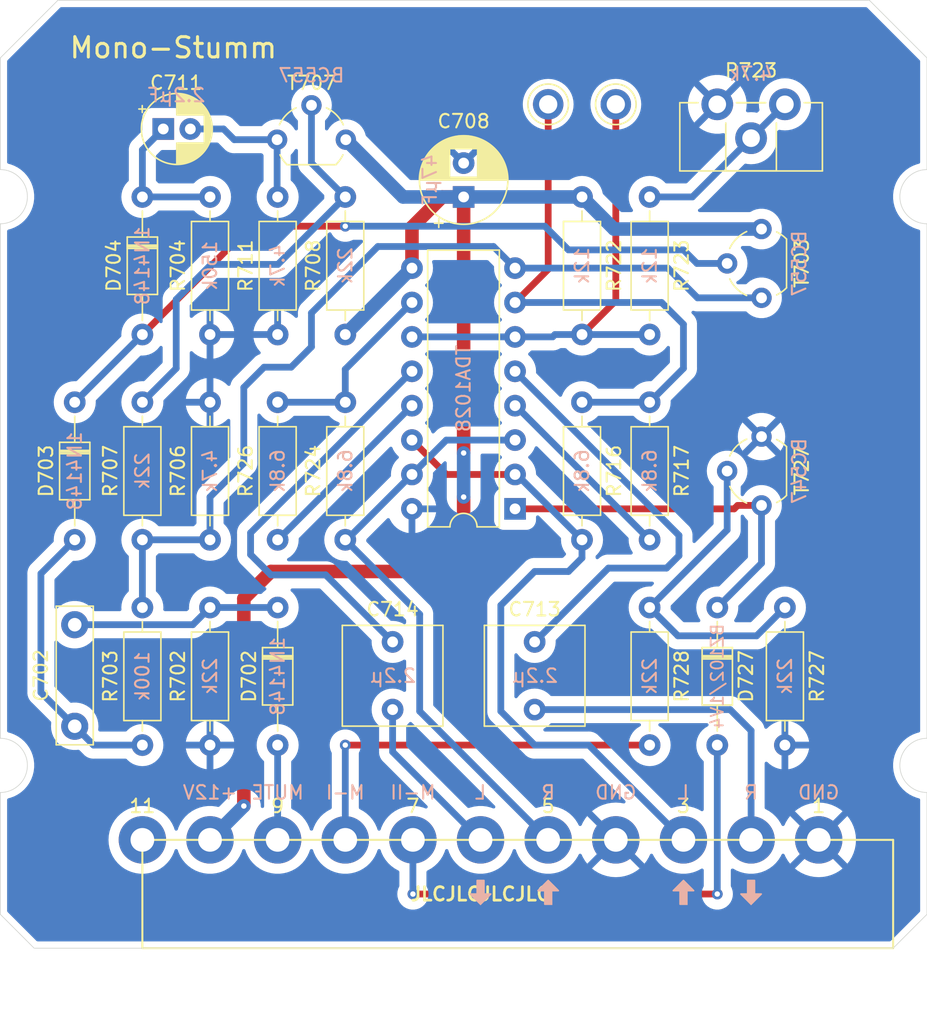
<source format=kicad_pcb>
(kicad_pcb (version 20221018) (generator pcbnew)
  (layers (0 "F.Cu" signal) (31 "B.Cu" signal) (34 "B.Paste" user) (35 "F.Paste" user) (36 "B.SilkS" user "B.Silkscreen") (37 "F.SilkS" user "F.Silkscreen") (38 "B.Mask" user) (39 "F.Mask" user) (44 "Edge.Cuts" user))
  (net 0 "")
  (net 1 "+12V")
  (net 2 "GND")
  (net 3 "SW-III{slash}IV")
  (net 4 "Net-(D704-K)")
  (net 5 "III-2")
  (net 6 "III-1")
  (net 7 "IV-1")
  (net 8 "Net-(T707-C)")
  (net 9 "Net-(D703-A)")
  (net 10 "Net-(D702-K)")
  (net 11 "Net-(D703-K)")
  (net 13 "Net-(T707-B)")
  (net 14 "Net-(T727-B)")
  (net 15 "Net-(U721-O-III)")
  (net 16 "OUT_R")
  (net 17 "Net-(U721-O-IV)")
  (net 18 "OUT_L")
  (net 19 "MUTING")
  (net 20 "MONO-I")
  (net 21 "IN_L")
  (net 22 "IN_R")
  (net 23 "MONO-II")
  (net 24 "O-I")
  (net 25 "O-II")
  (net 26 "Net-(P723-Pad1)")
  (net 27 "SW-I{slash}II")
  (footprint "NF-Filter-Modul:Connector_01x11_5mm" (layer "F.Cu") (at 86.25 87)
    (fp_text reference "J1" hide)
    (fp_text value "Conn_01x13")
    (fp_text user "7" (at -30 -2.5) (layer "F.SilkS"))
    (fp_text user "1" (at 0 -2.5) (layer "F.SilkS"))
    (fp_text user "11" (at -50 -2.5) (layer "F.SilkS"))
    (pad "1" thru_hole circle (at 0 0 180) (size 3.5 3.5) (drill 1.75) (layers "B.Cu" "B.Mask") (net 2 "GND"))
    (pad "2" thru_hole circle (at -5 0 180) (size 3.5 3.5) (drill 1.75) (layers "B.Cu" "B.Mask") (net 16 "OUT_R"))
    (pad "3" thru_hole circle (at -10 0 180) (size 3.5 3.5) (drill 1.75) (layers "B.Cu" "B.Mask") (net 21 "IN_L"))
    (pad "4" thru_hole circle (at -15 0 180) (size 3.5 3.5) (drill 1.75) (layers "B.Cu" "B.Mask") (net 2 "GND"))
    (pad "5" thru_hole circle (at -20 0 180) (size 3.5 3.5) (drill 1.75) (layers "B.Cu" "B.Mask") (net 22 "IN_R"))
    (pad "6" thru_hole circle (at -25 0 180) (size 3.5 3.5) (drill 1.75) (layers "B.Cu" "B.Mask") (net 18 "OUT_L"))
    (pad "7" thru_hole circle (at -30 0 180) (size 3.5 3.5) (drill 1.75) (layers "B.Cu" "B.Mask") (net 20 "MONO-I"))
    (pad "8" thru_hole circle (at -35 0 180) (size 3.5 3.5) (drill 1.75) (layers "B.Cu" "B.Mask") (net 23 "MONO-II"))
    (pad "9" thru_hole circle (at -40 0 180) (size 3.5 3.5) (drill 1.75) (layers "B.Cu" "B.Mask") (net 19 "MUTING"))
    (pad "10" thru_hole circle (at -45 0 180) (size 3.5 3.5) (drill 1.75) (layers "B.Cu" "B.Mask") (net 1 "+12V"))
    (pad "11" thru_hole circle (at -50 0 180) (size 3.5 3.5) (drill 1.75) (layers "B.Cu" "B.Mask"))
  )
  (footprint "Capacitor_THT:C_Rect_L10.0mm_W2.5mm_P7.50mm_MKS4" (layer "F.Cu") (at 31.25 78.61 90)
    (fp_text reference "C702" (at 3.75 -2.5 90) (layer "F.SilkS"))
    (fp_text value "2.2n")
    (pad "1" thru_hole circle (at 0 0 90) (size 2 2) (drill 1) (layers "*.Cu" "*.Mask") (net 9 "Net-(D703-A)"))
    (pad "2" thru_hole circle (at 7.5 0 90) (size 2 2) (drill 1) (layers "*.Cu" "*.Mask") (net 10 "Net-(D702-K)"))
  )
  (footprint "Resistor_THT:R_Axial_DIN0207_L6.3mm_D2.5mm_P10.16mm_Horizontal" (layer "F.Cu") (at 51.25 49.68 90)
    (fp_text reference "R708" (at 5.08 -2.37 90) (layer "F.SilkS"))
    (fp_text value "22k" (at 5.08 0 90) (layer "B.SilkS") (effects (justify mirror)))
    (pad "1" thru_hole circle (at 0 0 90) (size 1.6 1.6) (drill 0.8) (layers "*.Cu" "*.Mask") (net 1 "+12V"))
    (pad "2" thru_hole oval (at 10.16 0 90) (size 1.6 1.6) (drill 0.8) (layers "*.Cu" "*.Mask") (net 13 "Net-(T707-B)"))
  )
  (footprint "Resistor_THT:R_Axial_DIN0207_L6.3mm_D2.5mm_P10.16mm_Horizontal" (layer "F.Cu") (at 73.75 54.68 -90)
    (fp_text reference "R717" (at 5.08 -2.37 90) (layer "F.SilkS"))
    (fp_text value "6.8k" (at 5.08 0 90) (layer "B.SilkS") (effects (justify mirror)))
    (pad "1" thru_hole circle (at 0 0 270) (size 1.6 1.6) (drill 0.8) (layers "*.Cu" "*.Mask") (net 6 "III-1"))
    (pad "2" thru_hole oval (at 10.16 0 270) (size 1.6 1.6) (drill 0.8) (layers "*.Cu" "*.Mask") (net 24 "O-I"))
  )
  (footprint "Resistor_THT:R_Axial_DIN0207_L6.3mm_D2.5mm_P10.16mm_Horizontal" (layer "F.Cu") (at 36.25 80 90)
    (fp_text reference "R703" (at 5.08 -2.37 90) (layer "F.SilkS"))
    (fp_text value "100k" (at 5.08 0 90) (layer "B.SilkS") (effects (justify mirror)))
    (pad "1" thru_hole circle (at 0 0 90) (size 1.6 1.6) (drill 0.8) (layers "*.Cu" "*.Mask") (net 9 "Net-(D703-A)"))
    (pad "2" thru_hole oval (at 10.16 0 90) (size 1.6 1.6) (drill 0.8) (layers "*.Cu" "*.Mask") (net 3 "SW-III{slash}IV"))
  )
  (footprint "Package_TO_SOT_THT:TO-92_Wide" (layer "F.Cu") (at 46.21 35.29)
    (fp_text reference "T707" (at 2.55 -4.19) (layer "F.SilkS"))
    (fp_text value "BC557" (at 2.54 -4.75) (layer "B.SilkS") (effects (justify mirror)))
    (pad "1" thru_hole circle (at 0 0) (size 1.5 1.5) (drill 0.8) (layers "*.Cu" "*.Mask") (net 8 "Net-(T707-C)"))
    (pad "2" thru_hole circle (at 2.54 -2.54) (size 1.5 1.5) (drill 0.8) (layers "*.Cu" "*.Mask") (net 13 "Net-(T707-B)"))
    (pad "3" thru_hole circle (at 5.08 0) (size 1.5 1.5) (drill 0.8) (layers "*.Cu" "*.Mask") (net 1 "+12V"))
  )
  (footprint "Capacitor_THT:CP_Radial_D5.0mm_P2.00mm" (layer "F.Cu") (at 37.794888 34.5)
    (fp_text reference "C711" (at 0.955112 -3.41 180) (layer "F.SilkS"))
    (fp_text value "2.2µF" (at 0.955112 -2.5 180) (layer "B.SilkS") (effects (justify mirror)))
    (pad "1" thru_hole rect (at 0 0) (size 1.6 1.6) (drill 0.8) (layers "*.Cu" "*.Mask") (net 4 "Net-(D704-K)"))
    (pad "2" thru_hole circle (at 2 0) (size 1.6 1.6) (drill 0.8) (layers "*.Cu" "*.Mask") (net 8 "Net-(T707-C)"))
  )
  (footprint "Resistor_THT:R_Axial_DIN0207_L6.3mm_D2.5mm_P10.16mm_Horizontal" (layer "F.Cu") (at 73.75 69.84 -90)
    (fp_text reference "R728" (at 5.08 -2.37 90) (layer "F.SilkS"))
    (fp_text value "22k" (at 5.08 0 90) (layer "B.SilkS") (effects (justify mirror)))
    (pad "1" thru_hole circle (at 0 0 270) (size 1.6 1.6) (drill 0.8) (layers "*.Cu" "*.Mask") (net 14 "Net-(T727-B)"))
    (pad "2" thru_hole oval (at 10.16 0 270) (size 1.6 1.6) (drill 0.8) (layers "*.Cu" "*.Mask") (net 23 "MONO-II"))
  )
  (footprint "Capacitor_THT:CP_Radial_D6.3mm_P2.50mm" (layer "F.Cu") (at 60 39.52 90)
    (fp_text reference "C708" (at 5.59 0 180) (layer "F.SilkS"))
    (fp_text value "47µF" (at 1.27 -2.5 270) (layer "B.SilkS") (effects (justify mirror)))
    (pad "1" thru_hole rect (at 0 0 90) (size 1.6 1.6) (drill 0.8) (layers "*.Cu" "*.Mask") (net 1 "+12V"))
    (pad "2" thru_hole circle (at 2.5 0 90) (size 1.6 1.6) (drill 0.8) (layers "*.Cu" "*.Mask") (net 2 "GND"))
  )
  (footprint "Package_TO_SOT_THT:TO-92_Wide" (layer "F.Cu") (at 82.02 46.97 90)
    (fp_text reference "T703" (at 2.55 2.98 90) (layer "F.SilkS"))
    (fp_text value "BC557" (at 2.54 2.79 90) (layer "B.SilkS") (effects (justify mirror)))
    (pad "1" thru_hole circle (at 0 0 90) (size 1.5 1.5) (drill 0.8) (layers "*.Cu" "*.Mask") (net 3 "SW-III{slash}IV"))
    (pad "2" thru_hole circle (at 2.54 -2.54 90) (size 1.5 1.5) (drill 0.8) (layers "*.Cu" "*.Mask") (net 11 "Net-(D703-K)"))
    (pad "3" thru_hole circle (at 5.08 0 90) (size 1.5 1.5) (drill 0.8) (layers "*.Cu" "*.Mask") (net 1 "+12V"))
  )
  (footprint "Diode_THT:D_DO-35_SOD27_P10.16mm_Horizontal" (layer "F.Cu") (at 46.25 69.84 -90)
    (fp_text reference "D702" (at 5.08 2.12 90) (layer "F.SilkS"))
    (fp_text value "1N4148" (at 5.08 0 90) (layer "B.SilkS") (effects (justify mirror)))
    (pad "1" thru_hole circle (at 0 0 270) (size 1.6 1.6) (drill 0.8) (layers "*.Cu" "*.Mask") (net 10 "Net-(D702-K)"))
    (pad "2" thru_hole oval (at 10.16 0 270) (size 1.6 1.6) (drill 0.8) (layers "*.Cu" "*.Mask") (net 19 "MUTING"))
  )
  (footprint "Resistor_THT:R_Axial_DIN0207_L6.3mm_D2.5mm_P10.16mm_Horizontal" (layer "F.Cu") (at 46.25 54.68 -90)
    (fp_text reference "R726" (at 5.08 2.37 90) (layer "F.SilkS"))
    (fp_text value "6.8k" (at 5.08 0 90) (layer "B.SilkS") (effects (justify mirror)))
    (pad "1" thru_hole circle (at 0 0 270) (size 1.6 1.6) (drill 0.8) (layers "*.Cu" "*.Mask") (net 7 "IV-1"))
    (pad "2" thru_hole oval (at 10.16 0 270) (size 1.6 1.6) (drill 0.8) (layers "*.Cu" "*.Mask") (net 25 "O-II"))
  )
  (footprint "Resistor_THT:R_Axial_DIN0207_L6.3mm_D2.5mm_P10.16mm_Horizontal" (layer "F.Cu") (at 41.25 39.52 -90)
    (fp_text reference "R704" (at 5.08 2.37 90) (layer "F.SilkS"))
    (fp_text value "150k" (at 5.08 0 90) (layer "B.SilkS") (effects (justify mirror)))
    (pad "1" thru_hole circle (at 0 0 270) (size 1.6 1.6) (drill 0.8) (layers "*.Cu" "*.Mask") (net 4 "Net-(D704-K)"))
    (pad "2" thru_hole oval (at 10.16 0 270) (size 1.6 1.6) (drill 0.8) (layers "*.Cu" "*.Mask") (net 2 "GND"))
  )
  (footprint "Resistor_THT:R_Axial_DIN0207_L6.3mm_D2.5mm_P10.16mm_Horizontal" (layer "F.Cu") (at 46.25 39.52 -90)
    (fp_text reference "R711" (at 5.08 2.37 90) (layer "F.SilkS"))
    (fp_text value "4.7k" (at 5.08 0 90) (layer "B.SilkS") (effects (justify mirror)))
    (pad "1" thru_hole circle (at 0 0 270) (size 1.6 1.6) (drill 0.8) (layers "*.Cu" "*.Mask") (net 8 "Net-(T707-C)"))
    (pad "2" thru_hole oval (at 10.16 0 270) (size 1.6 1.6) (drill 0.8) (layers "*.Cu" "*.Mask") (net 2 "GND"))
  )
  (footprint "Diode_THT:D_DO-35_SOD27_P10.16mm_Horizontal" (layer "F.Cu") (at 31.25 54.68 -90)
    (fp_text reference "D703" (at 5.08 2.12 90) (layer "F.SilkS"))
    (fp_text value "1N4148" (at 5.08 0 90) (layer "B.SilkS") (effects (justify mirror)))
    (pad "1" thru_hole circle (at 0 0 270) (size 1.6 1.6) (drill 0.8) (layers "*.Cu" "*.Mask") (net 11 "Net-(D703-K)"))
    (pad "2" thru_hole oval (at 10.16 0 270) (size 1.6 1.6) (drill 0.8) (layers "*.Cu" "*.Mask") (net 9 "Net-(D703-A)"))
  )
  (footprint "Resistor_THT:R_Axial_DIN0207_L6.3mm_D2.5mm_P10.16mm_Horizontal" (layer "F.Cu") (at 73.75 49.68 90)
    (fp_text reference "R723" (at 5.08 2.37 90) (layer "F.SilkS"))
    (fp_text value "12k" (at 5.08 0 90) (layer "B.SilkS") (effects (justify mirror)))
    (pad "1" thru_hole circle (at 0 0 90) (size 1.6 1.6) (drill 0.8) (layers "*.Cu" "*.Mask") (net 5 "III-2"))
    (pad "2" thru_hole oval (at 10.16 0 90) (size 1.6 1.6) (drill 0.8) (layers "*.Cu" "*.Mask") (net 26 "Net-(P723-Pad1)"))
  )
  (footprint "Resistor_THT:R_Axial_DIN0207_L6.3mm_D2.5mm_P10.16mm_Horizontal" (layer "F.Cu") (at 68.75 39.52 -90)
    (fp_text reference "R722" (at 5.08 -2.37 90) (layer "F.SilkS"))
    (fp_text value "12k" (at 5.08 0 90) (layer "B.SilkS") (effects (justify mirror)))
    (pad "1" thru_hole circle (at 0 0 270) (size 1.6 1.6) (drill 0.8) (layers "*.Cu" "*.Mask") (net 1 "+12V"))
    (pad "2" thru_hole oval (at 10.16 0 270) (size 1.6 1.6) (drill 0.8) (layers "*.Cu" "*.Mask") (net 5 "III-2"))
  )
  (footprint "Capacitor_THT:C_Rect_L7.2mm_W7.2mm_P5.00mm_FKS2_FKP2_MKS2_MKP2" (layer "F.Cu") (at 65.25 72.38 -90)
    (fp_text reference "C713" (at -2.41 0) (layer "F.SilkS"))
    (fp_text value "2.2µ" (at 2.5 0) (layer "B.SilkS") (effects (justify mirror)))
    (pad "1" thru_hole circle (at 0 0 270) (size 1.6 1.6) (drill 0.8) (layers "*.Cu" "*.Mask") (net 15 "Net-(U721-O-III)"))
    (pad "2" thru_hole circle (at 5 0 270) (size 1.6 1.6) (drill 0.8) (layers "*.Cu" "*.Mask") (net 16 "OUT_R"))
  )
  (footprint "TestPoint:TestPoint_Loop_D1.80mm_Drill1.0mm_Beaded" (layer "F.Cu") (at 71.25 32.68)
    (fp_text reference "J3" hide)
    (fp_text value "Conn_01x01")
    (pad "1" thru_hole circle (at 0 0) (size 2.25 2.25) (drill 1.35) (layers "*.Cu" "*.Mask") (net 5 "III-2"))
  )
  (footprint "Package_DIP:DIP-16_W7.62mm" (layer "F.Cu") (at 63.8 62.555 180)
    (fp_text reference "U721" hide)
    (fp_text value "TDA1028" (at 3.81 8.89 90) (layer "B.SilkS") (effects (justify mirror)))
    (pad "1" thru_hole rect (at 0 0 180) (size 1.6 1.6) (drill 0.8) (layers "*.Cu" "*.Mask") (net 27 "SW-I{slash}II"))
    (pad "2" thru_hole oval (at 0 2.54 180) (size 1.6 1.6) (drill 0.8) (layers "*.Cu" "*.Mask") (net 21 "IN_L"))
    (pad "3" thru_hole oval (at 0 5.08 180) (size 1.6 1.6) (drill 0.8) (layers "*.Cu" "*.Mask") (net 22 "IN_R"))
    (pad "4" thru_hole oval (at 0 7.62 180) (size 1.6 1.6) (drill 0.8) (layers "*.Cu" "*.Mask") (net 24 "O-I"))
    (pad "5" thru_hole oval (at 0 10.16 180) (size 1.6 1.6) (drill 0.8) (layers "*.Cu" "*.Mask") (net 15 "Net-(U721-O-III)"))
    (pad "6" thru_hole oval (at 0 12.7 180) (size 1.6 1.6) (drill 0.8) (layers "*.Cu" "*.Mask") (net 5 "III-2"))
    (pad "7" thru_hole oval (at 0 15.24 180) (size 1.6 1.6) (drill 0.8) (layers "*.Cu" "*.Mask") (net 6 "III-1"))
    (pad "8" thru_hole oval (at 0 17.78 180) (size 1.6 1.6) (drill 0.8) (layers "*.Cu" "*.Mask") (net 3 "SW-III{slash}IV"))
    (pad "9" thru_hole oval (at 7.62 17.78 180) (size 1.6 1.6) (drill 0.8) (layers "*.Cu" "*.Mask") (net 1 "+12V"))
    (pad "10" thru_hole oval (at 7.62 15.24 180) (size 1.6 1.6) (drill 0.8) (layers "*.Cu" "*.Mask") (net 7 "IV-1"))
    (pad "11" thru_hole oval (at 7.62 12.7 180) (size 1.6 1.6) (drill 0.8) (layers "*.Cu" "*.Mask") (net 5 "III-2"))
    (pad "12" thru_hole oval (at 7.62 10.16 180) (size 1.6 1.6) (drill 0.8) (layers "*.Cu" "*.Mask") (net 17 "Net-(U721-O-IV)"))
    (pad "13" thru_hole oval (at 7.62 7.62 180) (size 1.6 1.6) (drill 0.8) (layers "*.Cu" "*.Mask") (net 25 "O-II"))
    (pad "14" thru_hole oval (at 7.62 5.08 180) (size 1.6 1.6) (drill 0.8) (layers "*.Cu" "*.Mask") (net 21 "IN_L"))
    (pad "15" thru_hole oval (at 7.62 2.54 180) (size 1.6 1.6) (drill 0.8) (layers "*.Cu" "*.Mask") (net 22 "IN_R"))
    (pad "16" thru_hole oval (at 7.62 0 180) (size 1.6 1.6) (drill 0.8) (layers "*.Cu" "*.Mask") (net 2 "GND"))
  )
  (footprint "Package_TO_SOT_THT:TO-92_Wide" (layer "F.Cu") (at 82.02 62.3 90)
    (fp_text reference "T727" (at 2.55 2.98 90) (layer "F.SilkS"))
    (fp_text value "BC547" (at 2.54 2.79 90) (layer "B.SilkS") (effects (justify mirror)))
    (pad "1" thru_hole circle (at 0 0 90) (size 1.5 1.5) (drill 0.8) (layers "*.Cu" "*.Mask") (net 27 "SW-I{slash}II"))
    (pad "2" thru_hole circle (at 2.54 -2.54 90) (size 1.5 1.5) (drill 0.8) (layers "*.Cu" "*.Mask") (net 14 "Net-(T727-B)"))
    (pad "3" thru_hole circle (at 5.08 0 90) (size 1.5 1.5) (drill 0.8) (layers "*.Cu" "*.Mask") (net 2 "GND"))
  )
  (footprint "Diode_THT:D_DO-35_SOD27_P10.16mm_Horizontal" (layer "F.Cu") (at 78.75 69.84 -90)
    (fp_text reference "D727" (at 5.08 -2.12 90) (layer "F.SilkS"))
    (fp_text value "BZ102/1V4" (at 5.08 0 90) (layer "B.SilkS") (effects (font (size 0.9 0.9) (thickness 0.135)) (justify mirror)))
    (pad "1" thru_hole circle (at 0 0 270) (size 1.6 1.6) (drill 0.8) (layers "*.Cu" "*.Mask") (net 27 "SW-I{slash}II"))
    (pad "2" thru_hole oval (at 10.16 0 270) (size 1.6 1.6) (drill 0.8) (layers "*.Cu" "*.Mask") (net 20 "MONO-I"))
  )
  (footprint "Resistor_THT:R_Axial_DIN0207_L6.3mm_D2.5mm_P10.16mm_Horizontal" (layer "F.Cu") (at 41.25 69.84 -90)
    (fp_text reference "R702" (at 5.08 2.37 90) (layer "F.SilkS"))
    (fp_text value "22k" (at 5.08 0 90) (layer "B.SilkS") (effects (justify mirror)))
    (pad "1" thru_hole circle (at 0 0 270) (size 1.6 1.6) (drill 0.8) (layers "*.Cu" "*.Mask") (net 10 "Net-(D702-K)"))
    (pad "2" thru_hole oval (at 10.16 0 270) (size 1.6 1.6) (drill 0.8) (layers "*.Cu" "*.Mask") (net 2 "GND"))
  )
  (footprint "TestPoint:TestPoint_Loop_D1.80mm_Drill1.0mm_Beaded" (layer "F.Cu") (at 66.25 32.68)
    (fp_text reference "J2" hide)
    (fp_text value "Conn_01x01")
    (pad "1" thru_hole circle (at 0 0) (size 2.25 2.25) (drill 1.35) (layers "*.Cu" "*.Mask") (net 6 "III-1"))
  )
  (footprint "Resistor_THT:R_Axial_DIN0207_L6.3mm_D2.5mm_P10.16mm_Horizontal" (layer "F.Cu") (at 51.25 64.84 90)
    (fp_text reference "R724" (at 5.08 -2.37 90) (layer "F.SilkS"))
    (fp_text value "6.8k" (at 5.08 0 90) (layer "B.SilkS") (effects (justify mirror)))
    (pad "1" thru_hole circle (at 0 0 90) (size 1.6 1.6) (drill 0.8) (layers "*.Cu" "*.Mask") (net 22 "IN_R"))
    (pad "2" thru_hole oval (at 10.16 0 90) (size 1.6 1.6) (drill 0.8) (layers "*.Cu" "*.Mask") (net 7 "IV-1"))
  )
  (footprint "Resistor_THT:R_Axial_DIN0207_L6.3mm_D2.5mm_P10.16mm_Horizontal" (layer "F.Cu") (at 83.75 69.84 -90)
    (fp_text reference "R727" (at 5.08 -2.37 90) (layer "F.SilkS"))
    (fp_text value "22k" (at 5.08 0 90) (layer "B.SilkS") (effects (justify mirror)))
    (pad "1" thru_hole circle (at 0 0 270) (size 1.6 1.6) (drill 0.8) (layers "*.Cu" "*.Mask") (net 14 "Net-(T727-B)"))
    (pad "2" thru_hole oval (at 10.16 0 270) (size 1.6 1.6) (drill 0.8) (layers "*.Cu" "*.Mask") (net 2 "GND"))
  )
  (footprint "Potentiometer_THT:Potentiometer_Piher_PT-10-H01_Horizontal" (layer "F.Cu") (at 83.75 32.68 -90)
    (fp_text reference "P723" (at -2.5 2.5) (layer "F.SilkS"))
    (fp_text value "4.7k" (at -2.25 2.5) (layer "B.SilkS") (effects (justify mirror)))
    (pad "1" thru_hole circle (at 0 0 270) (size 2.34 2.34) (drill 1.3) (layers "*.Cu" "*.Mask") (net 26 "Net-(P723-Pad1)"))
    (pad "2" thru_hole circle (at 2.5 2.5 270) (size 2.34 2.34) (drill 1.3) (layers "*.Cu" "*.Mask") (net 26 "Net-(P723-Pad1)"))
    (pad "3" thru_hole circle (at 0 5 270) (size 2.34 2.34) (drill 1.3) (layers "*.Cu" "*.Mask") (net 2 "GND"))
  )
  (footprint "Capacitor_THT:C_Rect_L7.2mm_W7.2mm_P5.00mm_FKS2_FKP2_MKS2_MKP2" (layer "F.Cu") (at 54.75 72.38 -90)
    (fp_text reference "C714" (at -2.41 0) (layer "F.SilkS"))
    (fp_text value "2.2µ" (at 2.5 0) (layer "B.SilkS") (effects (justify mirror)))
    (pad "1" thru_hole circle (at 0 0 270) (size 1.6 1.6) (drill 0.8) (layers "*.Cu" "*.Mask") (net 17 "Net-(U721-O-IV)"))
    (pad "2" thru_hole circle (at 5 0 270) (size 1.6 1.6) (drill 0.8) (layers "*.Cu" "*.Mask") (net 18 "OUT_L"))
  )
  (footprint "Resistor_THT:R_Axial_DIN0207_L6.3mm_D2.5mm_P10.16mm_Horizontal" (layer "F.Cu") (at 36.25 54.68 -90)
    (fp_text reference "R707" (at 5.08 2.37 90) (layer "F.SilkS"))
    (fp_text value "22k" (at 5.08 0 90) (layer "B.SilkS") (effects (justify mirror)))
    (pad "1" thru_hole circle (at 0 0 270) (size 1.6 1.6) (drill 0.8) (layers "*.Cu" "*.Mask") (net 13 "Net-(T707-B)"))
    (pad "2" thru_hole oval (at 10.16 0 270) (size 1.6 1.6) (drill 0.8) (layers "*.Cu" "*.Mask") (net 3 "SW-III{slash}IV"))
  )
  (footprint "Resistor_THT:R_Axial_DIN0207_L6.3mm_D2.5mm_P10.16mm_Horizontal" (layer "F.Cu") (at 41.25 64.84 90)
    (fp_text reference "R706" (at 5.08 -2.37 90) (layer "F.SilkS"))
    (fp_text value "4.7k" (at 5.08 0 90) (layer "B.SilkS") (effects (justify mirror)))
    (pad "1" thru_hole circle (at 0 0 90) (size 1.6 1.6) (drill 0.8) (layers "*.Cu" "*.Mask") (net 3 "SW-III{slash}IV"))
    (pad "2" thru_hole oval (at 10.16 0 90) (size 1.6 1.6) (drill 0.8) (layers "*.Cu" "*.Mask") (net 2 "GND"))
  )
  (footprint "Resistor_THT:R_Axial_DIN0207_L6.3mm_D2.5mm_P10.16mm_Horizontal" (layer "F.Cu") (at 68.75 64.84 90)
    (fp_text reference "R716" (at 5.08 2.37 90) (layer "F.SilkS"))
    (fp_text value "6.8k" (at 5.08 0 90) (layer "B.SilkS") (effects (justify mirror)))
    (pad "1" thru_hole circle (at 0 0 90) (size 1.6 1.6) (drill 0.8) (layers "*.Cu" "*.Mask") (net 21 "IN_L"))
    (pad "2" thru_hole oval (at 10.16 0 90) (size 1.6 1.6) (drill 0.8) (layers "*.Cu" "*.Mask") (net 6 "III-1"))
  )
  (footprint "Diode_THT:D_DO-35_SOD27_P10.16mm_Horizontal" (layer "F.Cu") (at 36.25 39.52 -90)
    (fp_text reference "D704" (at 5.08 2.12 90) (layer "F.SilkS"))
    (fp_text value "1N4148" (at 5.08 0 90) (layer "B.SilkS") (effects (justify mirror)))
    (pad "1" thru_hole circle (at 0 0 270) (size 1.6 1.6) (drill 0.8) (layers "*.Cu" "*.Mask") (net 4 "Net-(D704-K)"))
    (pad "2" thru_hole oval (at 10.16 0 270) (size 1.6 1.6) (drill 0.8) (layers "*.Cu" "*.Mask") (net 11 "Net-(D703-K)"))
  )
  (gr_poly (pts (xy 77 90.75) (xy 76.25 90) (xy 75.5 90.75)) (stroke (width 0.12)) (fill solid) (layer "B.SilkS"))
  (gr_poly (pts (xy 80.5 91) (xy 81.25 91.75) (xy 82 91)) (stroke (width 0.12)) (fill solid) (layer "B.SilkS"))
  (gr_poly (pts (xy 81.5 91) (xy 81 91) (xy 81 90) (xy 81.5 90)) (stroke (width 0.12)) (fill solid) (layer "B.SilkS"))
  (gr_poly (pts (xy 66 90.75) (xy 66.5 90.75) (xy 66.5 91.75) (xy 66 91.75)) (stroke (width 0.12)) (fill solid) (layer "B.SilkS"))
  (gr_poly (pts (xy 67 90.75) (xy 66.25 90) (xy 65.5 90.75)) (stroke (width 0.12)) (fill solid) (layer "B.SilkS"))
  (gr_poly (pts (xy 61.5 91) (xy 61 91) (xy 61 90) (xy 61.5 90)) (stroke (width 0.12)) (fill solid) (layer "B.SilkS"))
  (gr_poly (pts (xy 76 90.75) (xy 76.5 90.75) (xy 76.5 91.75) (xy 76 91.75)) (stroke (width 0.12)) (fill solid) (layer "B.SilkS"))
  (gr_poly (pts (xy 60.5 91) (xy 61.25 91.75) (xy 62 91)) (stroke (width 0.12)) (fill solid) (layer "B.SilkS"))
  (gr_line (start 25.75 79.5) (end 25.75 41.5) (stroke (width 0.05)) (layer "Edge.Cuts"))
  (gr_line (start 25.75 29.25) (end 30 25) (stroke (width 0.05)) (layer "Edge.Cuts"))
  (gr_line (start 90 25) (end 94.25 29.25) (stroke (width 0.05)) (layer "Edge.Cuts"))
  (gr_line (start 91.75 95) (end 94.25 92.5) (stroke (width 0.05)) (layer "Edge.Cuts"))
  (gr_line (start 25.75 92.5) (end 28.25 95) (stroke (width 0.05)) (layer "Edge.Cuts"))
  (gr_arc (start 25.75 79.5) (mid 27.75 81.5) (end 25.75 83.5) (stroke (width 0.05)) (layer "Edge.Cuts"))
  (gr_arc (start 25.75 37.5) (mid 27.75 39.5) (end 25.75 41.5) (stroke (width 0.05)) (layer "Edge.Cuts"))
  (gr_arc (start 94.25 41.5) (mid 92.25 39.5) (end 94.25 37.5) (stroke (width 0.05)) (layer "Edge.Cuts"))
  (gr_line (start 91.75 95) (end 28.25 95) (stroke (width 0.05)) (layer "Edge.Cuts"))
  (gr_line (start 94.25 29.25) (end 94.25 37.5) (stroke (width 0.05)) (layer "Edge.Cuts"))
  (gr_line (start 25.75 29.25) (end 25.75 37.5) (stroke (width 0.05)) (layer "Edge.Cuts"))
  (gr_line (start 25.75 92.5) (end 25.75 83.5) (stroke (width 0.05)) (layer "Edge.Cuts"))
  (gr_line (start 30 25) (end 90 25) (stroke (width 0.05)) (layer "Edge.Cuts"))
  (gr_arc (start 94.25 83.5) (mid 92.25 81.5) (end 94.25 79.5) (stroke (width 0.05)) (layer "Edge.Cuts"))
  (gr_line (start 94.25 41.5) (end 94.25 79.5) (stroke (width 0.05)) (layer "Edge.Cuts"))
  (gr_line (start 94.25 92.5) (end 94.25 83.5) (stroke (width 0.05)) (layer "Edge.Cuts"))
  (gr_text "GND" (at 86.25 83.5) (layer "B.SilkS") (effects (font (size 1 1)) (justify mirror)))
  (gr_text "R" (at 66.25 83.5) (layer "B.SilkS") (effects (font (size 1 1)) (justify mirror)))
  (gr_text "L" (at 61.25 83.5) (layer "B.SilkS") (effects (font (size 1 1)) (justify mirror)))
  (gr_text "GND" (at 71.25 83.5) (layer "B.SilkS") (effects (font (size 1 1)) (justify mirror)))
  (gr_text "M-I" (at 51.25 83.5) (layer "B.SilkS") (effects (font (size 1 1)) (justify mirror)))
  (gr_text "M-II" (at 56.25 83.5) (layer "B.SilkS") (effects (font (size 1 1)) (justify mirror)))
  (gr_text "L" (at 76.25 83.5) (layer "B.SilkS") (effects (font (size 1 1)) (justify mirror)))
  (gr_text "+12V" (at 41.25 83.5) (layer "B.SilkS") (effects (font (size 1 1)) (justify mirror)))
  (gr_text "R" (at 81.25 83.5) (layer "B.SilkS") (effects (font (size 1 1)) (justify mirror)))
  (gr_text "MUTE" (at 46.25 83.5) (layer "B.SilkS") (effects (font (size 1 1)) (justify mirror)))
  (gr_text "5" (at 66.25 84.5) (layer "F.SilkS") (effects (font (size 1 1))))
  (gr_text "9" (at 46.25 84.5) (layer "F.SilkS") (effects (font (size 1 1))))
  (gr_text "3" (at 76.25 84.5) (layer "F.SilkS") (effects (font (size 1 1))))
  (gr_text "Mono-Stumm" (at 30.75 28.5) (layer "F.SilkS") (effects (font (size 1.5 1.5) (thickness 0.225)) (justify left)))
  (gr_text "JLCJLCJLCJLC" (at 61.25 91) (layer "F.SilkS") (effects (font (size 1 1) (thickness 0.2))))
  (segment (start 57.32 67.18) (end 60 64.5) (width 1) (layer "F.Cu") (net 1))
  (segment (start 58.41 39.52) (end 56.18 41.75) (width 1) (layer "F.Cu") (net 1))
  (segment (start 60 39.52) (end 60 58.43) (width 1) (layer "F.Cu") (net 1))
  (segment (start 60 64.5) (end 60 61.68) (width 1) (layer "F.Cu") (net 1))
  (segment (start 60 39.52) (end 58.41 39.52) (width 1) (layer "F.Cu") (net 1))
  (segment (start 43.75 84.5) (end 43.75 69.18) (width 1) (layer "F.Cu") (net 1))
  (segment (start 45.75 67.18) (end 57.32 67.18) (width 1) (layer "F.Cu") (net 1))
  (segment (start 43.75 69.18) (end 45.75 67.18) (width 1) (layer "F.Cu") (net 1))
  (segment (start 56.18 41.75) (end 56.18 44.775) (width 1) (layer "F.Cu") (net 1))
  (via (at 60 61.68) (size 0.8) (drill 0.4) (layers "F.Cu" "B.Cu") (net 1))
  (via (at 43.75 84.5) (size 0.8) (drill 0.4) (layers "F.Cu" "B.Cu") (net 1))
  (via (at 60 58.43) (size 0.8) (drill 0.4) (layers "F.Cu" "B.Cu") (net 1))
  (segment (start 68.75 39.52) (end 71.12 41.89) (width 1) (layer "B.Cu") (net 1))
  (segment (start 56.155 44.775) (end 51.25 49.68) (width 1) (layer "B.Cu") (net 1))
  (segment (start 68.71 39.48) (end 68.75 39.52) (width 1) (layer "B.Cu") (net 1))
  (segment (start 71.12 41.89) (end 82.02 41.89) (width 1) (layer "B.Cu") (net 1))
  (segment (start 60 58.43) (end 60 61.68) (width 1) (layer "B.Cu") (net 1))
  (segment (start 60 39.52) (end 55.52 39.52) (width 1) (layer "B.Cu") (net 1))
  (segment (start 56.18 44.775) (end 56.155 44.775) (width 1) (layer "B.Cu") (net 1))
  (segment (start 68.75 39.52) (end 60 39.52) (width 1) (layer "B.Cu") (net 1))
  (segment (start 55.52 39.52) (end 51.29 35.29) (width 1) (layer "B.Cu") (net 1))
  (segment (start 43.75 84.5) (end 41.25 87) (width 1) (layer "B.Cu") (net 1))
  (segment (start 63.8 44.775) (end 62.205 43.18) (width 0.5) (layer "B.Cu") (net 3))
  (segment (start 41.25 64.84) (end 36.25 64.84) (width 0.5) (layer "B.Cu") (net 3))
  (segment (start 45.25 52.09) (end 43.75 53.59) (width 0.5) (layer "B.Cu") (net 3))
  (segment (start 48.75 50.59) (end 47.25 52.09) (width 0.5) (layer "B.Cu") (net 3))
  (segment (start 77.29 46.97) (end 82.02 46.97) (width 0.5) (layer "B.Cu") (net 3))
  (segment (start 41.25 61.68) (end 41.25 64.84) (width 0.5) (layer "B.Cu") (net 3))
  (segment (start 47.25 52.09) (end 45.25 52.09) (width 0.5) (layer "B.Cu") (net 3))
  (segment (start 36.25 64.84) (end 36.25 69.84) (width 0.5) (layer "B.Cu") (net 3))
  (segment (start 43.75 53.59) (end 43.75 59.18) (width 0.5) (layer "B.Cu") (net 3))
  (segment (start 53.66 43.18) (end 48.75 48.09) (width 0.5) (layer "B.Cu") (net 3))
  (segment (start 62.205 43.18) (end 53.66 43.18) (width 0.5) (layer "B.Cu") (net 3))
  (segment (start 75.095 44.775) (end 77.29 46.97) (width 0.5) (layer "B.Cu") (net 3))
  (segment (start 63.8 44.775) (end 75.095 44.775) (width 0.5) (layer "B.Cu") (net 3))
  (segment (start 43.75 59.18) (end 41.25 61.68) (width 0.5) (layer "B.Cu") (net 3))
  (segment (start 48.75 48.09) (end 48.75 50.59) (width 0.5) (layer "B.Cu") (net 3))
  (segment (start 36.25 39.52) (end 36.25 36.044888) (width 0.5) (layer "B.Cu") (net 4))
  (segment (start 36.25 36.044888) (end 37.794888 34.5) (width 0.5) (layer "B.Cu") (net 4))
  (segment (start 36.25 39.52) (end 41.25 39.52) (width 0.5) (layer "B.Cu") (net 4))
  (segment (start 71.25 47.18) (end 68.75 49.68) (width 0.5) (layer "F.Cu") (net 5))
  (segment (start 71.25 32.68) (end 71.25 47.18) (width 0.5) (layer "F.Cu") (net 5))
  (segment (start 56.18 49.855) (end 63.8 49.855) (width 0.5) (layer "B.Cu") (net 5))
  (segment (start 66.75 49.68) (end 68.75 49.68) (width 0.5) (layer "B.Cu") (net 5))
  (segment (start 63.8 49.855) (end 66.575 49.855) (width 0.5) (layer "B.Cu") (net 5))
  (segment (start 66.575 49.855) (end 66.75 49.68) (width 0.5) (layer "B.Cu") (net 5))
  (segment (start 73.75 49.68) (end 68.75 49.68) (width 0.5) (layer "B.Cu") (net 5))
  (segment (start 66.25 44.865) (end 63.8 47.315) (width 0.5) (layer "F.Cu") (net 6))
  (segment (start 66.25 32.68) (end 66.25 44.865) (width 0.5) (layer "F.Cu") (net 6))
  (segment (start 76.25 52.18) (end 76.25 48.93) (width 0.5) (layer "B.Cu") (net 6))
  (segment (start 73.75 54.68) (end 76.25 52.18) (width 0.5) (layer "B.Cu") (net 6))
  (segment (start 73.75 54.68) (end 68.75 54.68) (width 0.5) (layer "B.Cu") (net 6))
  (segment (start 76.25 48.93) (end 74.635 47.315) (width 0.5) (layer "B.Cu") (net 6))
  (segment (start 74.635 47.315) (end 63.8 47.315) (width 0.5) (layer "B.Cu") (net 6))
  (segment (start 51.25 52.245) (end 56.18 47.315) (width 0.5) (layer "B.Cu") (net 7))
  (segment (start 51.25 54.68) (end 46.25 54.68) (width 0.5) (layer "B.Cu") (net 7))
  (segment (start 51.25 54.68) (end 51.25 52.245) (width 0.5) (layer "B.Cu") (net 7))
  (segment (start 46.21 39.48) (end 46.25 39.52) (width 0.5) (layer "B.Cu") (net 8))
  (segment (start 39.794888 34.5) (end 42.25 34.5) (width 0.5) (layer "B.Cu") (net 8))
  (segment (start 43.04 35.29) (end 46.21 35.29) (width 0.5) (layer "B.Cu") (net 8))
  (segment (start 42.25 34.5) (end 43.04 35.29) (width 0.5) (layer "B.Cu") (net 8))
  (segment (start 46.21 35.29) (end 46.21 39.48) (width 0.5) (layer "B.Cu") (net 8))
  (segment (start 28.75 67.34) (end 31.25 64.84) (width 0.5) (layer "B.Cu") (net 9))
  (segment (start 36.25 80) (end 32.64 80) (width 0.5) (layer "B.Cu") (net 9))
  (segment (start 32.64 80) (end 31.25 78.61) (width 0.5) (layer "B.Cu") (net 9))
  (segment (start 28.75 76.11) (end 28.75 67.34) (width 0.5) (layer "B.Cu") (net 9))
  (segment (start 31.25 78.61) (end 28.75 76.11) (width 0.5) (layer "B.Cu") (net 9))
  (segment (start 31.25 71.11) (end 39.98 71.11) (width 0.5) (layer "B.Cu") (net 10))
  (segment (start 39.98 71.11) (end 41.25 69.84) (width 0.5) (layer "B.Cu") (net 10))
  (segment (start 46.25 69.84) (end 41.25 69.84) (width 0.5) (layer "B.Cu") (net 10))
  (segment (start 36.25 49.68) (end 44.25 41.68) (width 0.5) (layer "F.Cu") (net 11))
  (segment (start 47.25 41.68) (end 51.25 41.68) (width 0.5) (layer "F.Cu") (net 11))
  (segment (start 44.25 41.68) (end 47.25 41.68) (width 0.5) (layer "F.Cu") (net 11))
  (via (at 51.25 41.68) (size 0.8) (drill 0.4) (layers "F.Cu" "B.Cu") (net 11))
  (segment (start 77.25 44.43) (end 76.25 43.43) (width 0.5) (layer "B.Cu") (net 11))
  (segment (start 76.25 43.43) (end 67.75 43.43) (width 0.5) (layer "B.Cu") (net 11))
  (segment (start 79.48 44.43) (end 77.25 44.43) (width 0.5) (layer "B.Cu") (net 11))
  (segment (start 66 41.68) (end 51.25 41.68) (width 0.5) (layer "B.Cu") (net 11))
  (segment (start 67.75 43.43) (end 66 41.68) (width 0.5) (layer "B.Cu") (net 11))
  (segment (start 31.25 54.68) (end 36.25 49.68) (width 0.5) (layer "B.Cu") (net 11))
  (segment (start 38.75 52.18) (end 36.25 54.68) (width 0.5) (layer "B.Cu") (net 13))
  (segment (start 48.75 32.75) (end 48.75 37.02) (width 0.5) (layer "B.Cu") (net 13))
  (segment (start 41.34 44.5) (end 38.75 47.09) (width 0.5) (layer "B.Cu") (net 13))
  (segment (start 38.75 47.09) (end 38.75 52.18) (width 0.5) (layer "B.Cu") (net 13))
  (segment (start 46.27 44.5) (end 41.34 44.5) (width 0.5) (layer "B.Cu") (net 13))
  (segment (start 51.25 39.52) (end 46.27 44.5) (width 0.5) (layer "B.Cu") (net 13))
  (segment (start 48.75 37.02) (end 51.25 39.52) (width 0.5) (layer "B.Cu") (net 13))
  (segment (start 79.48 64.11) (end 73.75 69.84) (width 0.5) (layer "B.Cu") (net 14))
  (segment (start 75.84 71.93) (end 81.66 71.93) (width 0.5) (layer "B.Cu") (net 14))
  (segment (start 73.75 69.84) (end 75.84 71.93) (width 0.5) (layer "B.Cu") (net 14))
  (segment (start 81.66 71.93) (end 83.75 69.84) (width 0.5) (layer "B.Cu") (net 14))
  (segment (start 79.48 59.76) (end 79.48 64.11) (width 0.5) (layer "B.Cu") (net 14))
  (segment (start 75.9175 66.0125) (end 75 66.93) (width 0.5) (layer "B.Cu") (net 15))
  (segment (start 70.7 66.93) (end 65.25 72.38) (width 0.5) (layer "B.Cu") (net 15))
  (segment (start 75 66.93) (end 70.7 66.93) (width 0.5) (layer "B.Cu") (net 15))
  (segment (start 63.8 52.395) (end 75.9175 64.5125) (width 0.5) (layer "B.Cu") (net 15))
  (segment (start 75.9175 64.5125) (end 75.9175 66.0125) (width 0.5) (layer "B.Cu") (net 15))
  (segment (start 81.25 78.93) (end 81.16 78.84) (width 0.5) (layer "B.Cu") (net 16))
  (segment (start 81.25 78.93) (end 81.25 87) (width 0.5) (layer "B.Cu") (net 16))
  (segment (start 65.25 77.38) (end 79.7 77.38) (width 0.5) (layer "B.Cu") (net 16))
  (segment (start 79.7 77.38) (end 81.16 78.84) (width 0.5) (layer "B.Cu") (net 16))
  (segment (start 44.25 65.93) (end 44.25 64.325) (width 0.5) (layer "B.Cu") (net 17))
  (segment (start 45.75 67.43) (end 44.25 65.93) (width 0.5) (layer "B.Cu") (net 17))
  (segment (start 44.25 64.325) (end 56.18 52.395) (width 0.5) (layer "B.Cu") (net 17))
  (segment (start 54.75 72.38) (end 49.8 67.43) (width 0.5) (layer "B.Cu") (net 17))
  (segment (start 49.8 67.43) (end 45.75 67.43) (width 0.5) (layer "B.Cu") (net 17))
  (segment (start 54.75 80.5) (end 61.25 87) (width 0.5) (layer "B.Cu") (net 18))
  (segment (start 54.75 80.5) (end 54.75 77.38) (width 0.5) (layer "B.Cu") (net 18))
  (segment (start 46.25 80) (end 46.25 87) (width 0.5) (layer "B.Cu") (net 19))
  (segment (start 78.75 91) (end 56.25 91) (width 0.5) (layer "F.Cu") (net 20))
  (via (at 78.75 91) (size 0.8) (drill 0.4) (layers "F.Cu" "B.Cu") (net 20))
  (via (at 56.25 91) (size 0.8) (drill 0.4) (layers "F.Cu" "B.Cu") (net 20))
  (segment (start 56.25 87) (end 56.25 91) (width 0.5) (layer "B.Cu") (net 20))
  (segment (start 78.75 80) (end 78.75 91) (width 0.5) (layer "B.Cu") (net 20))
  (segment (start 58.72 60.015) (end 56.18 57.475) (width 0.5) (layer "F.Cu") (net 21))
  (segment (start 63.8 60.015) (end 58.72 60.015) (width 0.5) (layer "F.Cu") (net 21))
  (segment (start 68.75 66.18) (end 68.75 64.84) (width 0.5) (layer "B.Cu") (net 21))
  (segment (start 65.25 67.18) (end 67.75 67.18) (width 0.5) (layer "B.Cu") (net 21))
  (segment (start 63.925 60.015) (end 63.8 60.015) (width 0.5) (layer "B.Cu") (net 21))
  (segment (start 69.25 80) (end 65.25 80) (width 0.5) (layer "B.Cu") (net 21))
  (segment (start 62.75 69.68) (end 65.25 67.18) (width 0.5) (layer "B.Cu") (net 21))
  (segment (start 65.25 80) (end 62.75 77.5) (width 0.5) (layer "B.Cu") (net 21))
  (segment (start 76.25 87) (end 69.25 80) (width 0.5) (layer "B.Cu") (net 21))
  (segment (start 68.75 64.84) (end 63.925 60.015) (width 0.5) (layer "B.Cu") (net 21))
  (segment (start 67.75 67.18) (end 68.75 66.18) (width 0.5) (layer "B.Cu") (net 21))
  (segment (start 62.75 77.5) (end 62.75 69.68) (width 0.5) (layer "B.Cu") (net 21))
  (segment (start 51.355 64.84) (end 51.25 64.84) (width 0.5) (layer "B.Cu") (net 22))
  (segment (start 63.8 57.475) (end 58.72 57.475) (width 0.5) (layer "B.Cu") (net 22))
  (segment (start 56.75 70.34) (end 56.75 77.5) (width 0.5) (layer "B.Cu") (net 22))
  (segment (start 56.18 60.015) (end 51.355 64.84) (width 0.5) (layer "B.Cu") (net 22))
  (segment (start 58.72 57.475) (end 56.18 60.015) (width 0.5) (layer "B.Cu") (net 22))
  (segment (start 51.25 64.84) (end 56.75 70.34) (width 0.5) (layer "B.Cu") (net 22))
  (segment (start 56.75 77.5) (end 66.25 87) (width 0.5) (layer "B.Cu") (net 22))
  (segment (start 51.25 80) (end 73.75 80) (width 0.5) (layer "F.Cu") (net 23))
  (via (at 51.25 80) (size 0.8) (drill 0.4) (layers "F.Cu" "B.Cu") (net 23))
  (segment (start 51.25 87) (end 51.25 80) (width 0.5) (layer "B.Cu") (net 23))
  (segment (start 73.75 64.84) (end 63.845 54.935) (width 0.5) (layer "B.Cu") (net 24))
  (segment (start 63.845 54.935) (end 63.8 54.935) (width 0.5) (layer "B.Cu") (net 24))
  (segment (start 46.275 64.84) (end 46.25 64.84) (width 0.5) (layer "B.Cu") (net 25))
  (segment (start 56.18 54.935) (end 46.275 64.84) (width 0.5) (layer "B.Cu") (net 25))
  (segment (start 81.25 35.18) (end 83.75 32.68) (width 0.5) (layer "B.Cu") (net 26))
  (segment (start 76.91 39.52) (end 81.25 35.18) (width 0.5) (layer "B.Cu") (net 26))
  (segment (start 73.75 39.52) (end 76.91 39.52) (width 0.5) (layer "B.Cu") (net 26))
  (segment (start 63.8 62.555) (end 80 62.555) (width 0.5) (layer "F.Cu") (net 27))
  (segment (start 82.02 62.3) (end 80.255 62.3) (width 0.5) (layer "F.Cu") (net 27))
  (segment (start 80.255 62.3) (end 80 62.555) (width 0.5) (layer "F.Cu") (net 27))
  (segment (start 82.02 66.57) (end 78.75 69.84) (width 0.5) (layer "B.Cu") (net 27))
  (segment (start 78.71 69.8) (end 78.75 69.84) (width 0.5) (layer "B.Cu") (net 27))
  (segment (start 82.02 62.3) (end 82.02 66.57) (width 0.5) (layer "B.Cu") (net 27))
  (zone (net 2) (net_name "GND") (layer "B.Cu") (connect_pads (clearance 0.75)) (min_thickness 0.25) (fill yes (thermal_gap 1) (thermal_bridge_width 0.5) (island_removal_mode 2) (island_area_min 10))
    (polygon (pts (xy 25.75 25) (xy 94.25 25) (xy 94.25 95) (xy 25.75 95)))
  )
)
</source>
